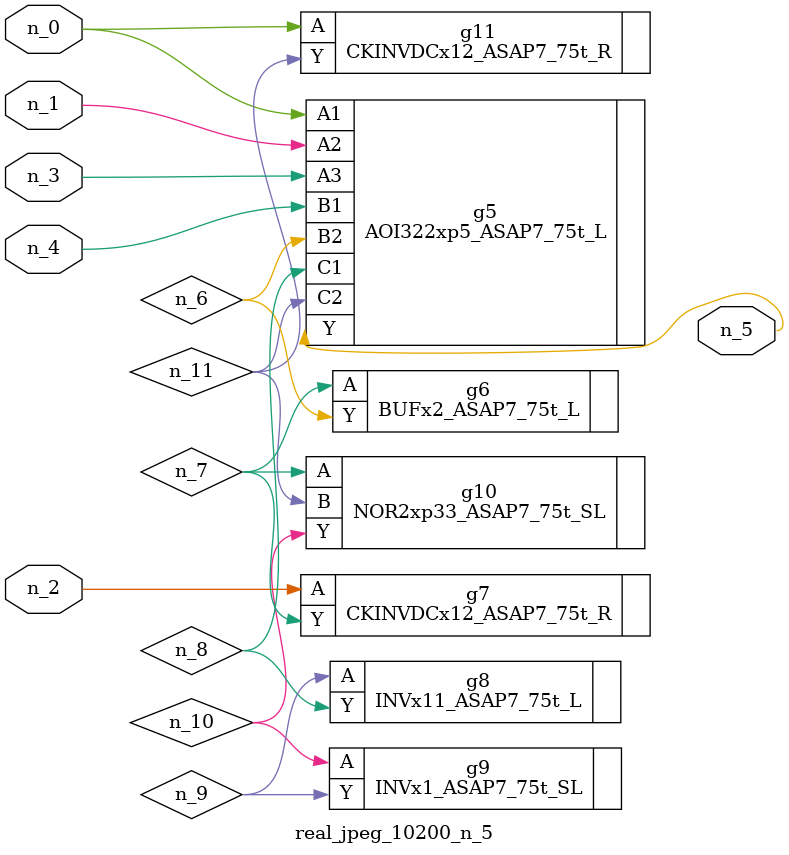
<source format=v>
module real_jpeg_10200_n_5 (n_4, n_0, n_1, n_2, n_3, n_5);

input n_4;
input n_0;
input n_1;
input n_2;
input n_3;

output n_5;

wire n_8;
wire n_11;
wire n_6;
wire n_7;
wire n_10;
wire n_9;

AOI322xp5_ASAP7_75t_L g5 ( 
.A1(n_0),
.A2(n_1),
.A3(n_3),
.B1(n_4),
.B2(n_6),
.C1(n_8),
.C2(n_11),
.Y(n_5)
);

CKINVDCx12_ASAP7_75t_R g11 ( 
.A(n_0),
.Y(n_11)
);

CKINVDCx12_ASAP7_75t_R g7 ( 
.A(n_2),
.Y(n_7)
);

BUFx2_ASAP7_75t_L g6 ( 
.A(n_7),
.Y(n_6)
);

NOR2xp33_ASAP7_75t_SL g10 ( 
.A(n_7),
.B(n_11),
.Y(n_10)
);

INVx11_ASAP7_75t_L g8 ( 
.A(n_9),
.Y(n_8)
);

INVx1_ASAP7_75t_SL g9 ( 
.A(n_10),
.Y(n_9)
);


endmodule
</source>
